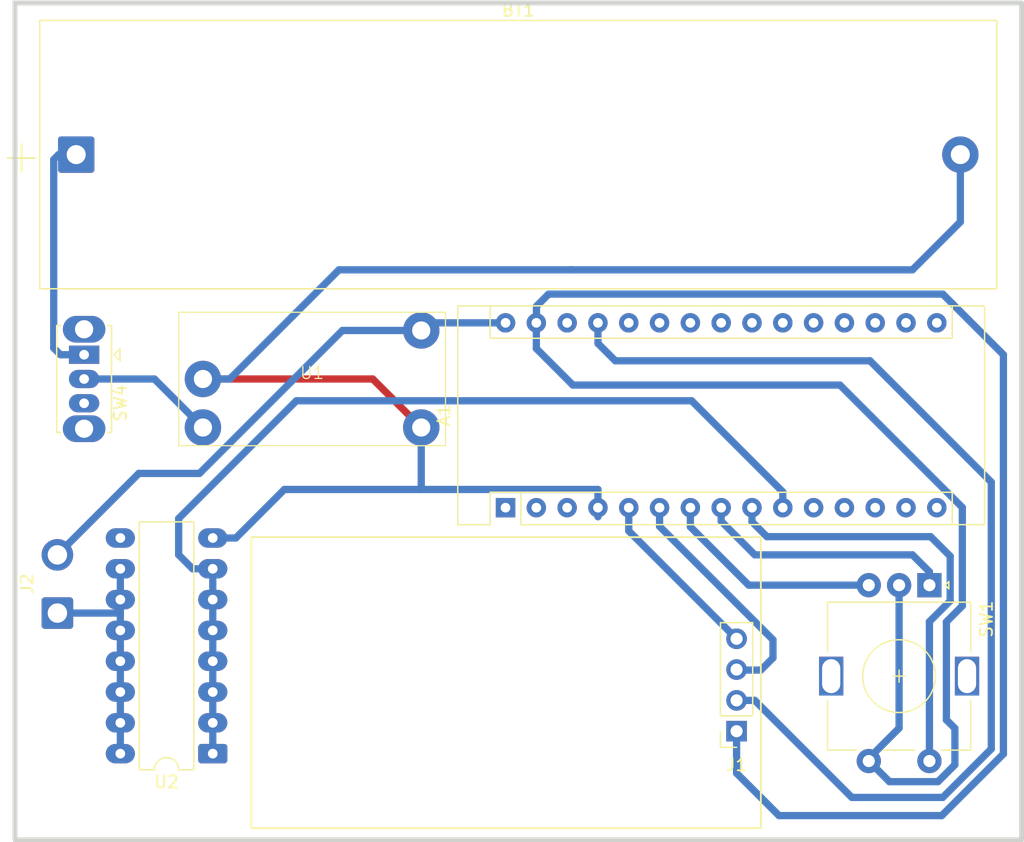
<source format=kicad_pcb>
(kicad_pcb (version 20241229) (generator "pcbnew") (generator_version "9.0")
  (layers (0 "F.Cu" signal) (2 "B.Cu" signal) (13 "F.Paste" user) (15 "B.Paste" user) (5 "F.SilkS" user "F.Silkscreen") (7 "B.SilkS" user "B.Silkscreen") (1 "F.Mask" user) (3 "B.Mask" user) (25 "Edge.Cuts" user))
  (net 0 "")
  (net 8 "Net-(A1-D2)")
  (net 10 "Net-(A1-D3)")
  (net 12 "Net-(A1-D4)")
  (net 14 "Net-(A1-D5)")
  (net 16 "Net-(A1-D6)")
  (net 18 "Net-(A1-D7)")
  (net 21 "+5V")
  (net 26 "+12V")
  (net 29 "+BATT")
  (net 30 "GND")
  (net 31 "Net-(J2-Pin_1)")
  (net 32 "Net-(BT1-+)")
  (footprint "Connector_Wire:SolderWire-0.75sqmm_1x02_P4.8mm_D1.25mm_OD2.3mm" (layer "F.Cu") (at 17 64.3 90)
    (property "Reference" "J2" (at 2.4 -2.5 90) (layer "F.SilkS"))
    (property "Value" "Conn_01x02")
    (pad "1" thru_hole roundrect (at 0 0 90) (size 2.6 2.6) (drill 1.6) (layers "*.Cu" "*.Mask") (roundrect_rratio 0.096154) (net 31 "Net-(J2-Pin_1)"))
    (pad "2" thru_hole circle (at 4.8 0 90) (size 2.6 2.6) (drill 1.6) (layers "*.Cu" "*.Mask") (net 26 "+12V"))
  )
  (footprint "Battery:BatteryHolder_MPD_BH-18650-PC" (layer "F.Cu") (at 18.55 26.5)
    (property "Reference" "BT1" (at 36.45 -11.9 0) (layer "F.SilkS"))
    (property "Value" "Battery_Cell")
    (fp_line (start -3.01 -11.06) (end 75.91 -11.06) (stroke (width 0.12)) (layer "F.SilkS"))
    (fp_line (start -3.01 11.06) (end -3.01 -11.06) (stroke (width 0.12)) (layer "F.SilkS"))
    (fp_line (start 75.91 -11.06) (end 75.91 11.06) (stroke (width 0.12)) (layer "F.SilkS"))
    (fp_line (start 75.91 11.06) (end -3.01 11.06) (stroke (width 0.12)) (layer "F.SilkS"))
    (fp_text user "+" (at -4.5 0.05 0) (layer "F.SilkS") (effects (font (size 3 3))))
    (pad "" np_thru_hole circle (at 8.445 0) (size 3.2 3.2) (drill 3.2) (layers "*.Cu" "*.Mask"))
    (pad "" np_thru_hole circle (at 64.055 0) (size 3.2 3.2) (drill 3.2) (layers "*.Cu" "*.Mask"))
    (pad "1" thru_hole roundrect (at 0 0) (size 3 3) (drill 1.57) (layers "*.Cu" "*.Mask") (roundrect_rratio 0.083333) (net 32 "Net-(BT1-+)"))
    (pad "2" thru_hole circle (at 72.9 0) (size 3 3) (drill 1.57) (layers "*.Cu" "*.Mask") (net 30 "GND"))
  )
  (footprint "Package_DIP:DIP-16_W7.62mm_LongPads" (layer "F.Cu") (at 29.81 75.89 180)
    (property "Reference" "U2" (at 3.81 -2.33 0) (layer "F.SilkS"))
    (property "Value" "ULN2003A")
    (fp_line (start 6.06 19.11) (end 6.06 -1.33) (stroke (width 0.12)) (layer "F.SilkS"))
    (fp_line (start 6.06 -1.33) (end 4.81 -1.33) (stroke (width 0.12)) (layer "F.SilkS"))
    (fp_line (start 2.81 -1.33) (end 1.56 -1.33) (stroke (width 0.12)) (layer "F.SilkS"))
    (fp_line (start 1.56 19.11) (end 6.06 19.11) (stroke (width 0.12)) (layer "F.SilkS"))
    (fp_line (start 1.56 -1.33) (end 1.56 19.11) (stroke (width 0.12)) (layer "F.SilkS"))
    (fp_arc (start 4.81 -1.33) (mid 3.81 -0.33) (end 2.81 -1.33) (stroke (width 0.12)) (layer "F.SilkS"))
    (pad "1" thru_hole roundrect (at 0 0 180) (size 2.4 1.6) (drill 0.8) (layers "*.Cu" "*.Mask") (roundrect_rratio 0.15625) (net 18 "Net-(A1-D7)"))
    (pad "2" thru_hole oval (at 0 2.54 180) (size 2.4 1.6) (drill 0.8) (layers "*.Cu" "*.Mask") (net 18 "Net-(A1-D7)"))
    (pad "3" thru_hole oval (at 0 5.08 180) (size 2.4 1.6) (drill 0.8) (layers "*.Cu" "*.Mask") (net 18 "Net-(A1-D7)"))
    (pad "4" thru_hole oval (at 0 7.62 180) (size 2.4 1.6) (drill 0.8) (layers "*.Cu" "*.Mask") (net 18 "Net-(A1-D7)"))
    (pad "5" thru_hole oval (at 0 10.16 180) (size 2.4 1.6) (drill 0.8) (layers "*.Cu" "*.Mask") (net 18 "Net-(A1-D7)"))
    (pad "6" thru_hole oval (at 0 12.7 180) (size 2.4 1.6) (drill 0.8) (layers "*.Cu" "*.Mask") (net 18 "Net-(A1-D7)"))
    (pad "7" thru_hole oval (at 0 15.24 180) (size 2.4 1.6) (drill 0.8) (layers "*.Cu" "*.Mask") (net 18 "Net-(A1-D7)"))
    (pad "8" thru_hole oval (at 0 17.78 180) (size 2.4 1.6) (drill 0.8) (layers "*.Cu" "*.Mask") (net 30 "GND"))
    (pad "9" thru_hole oval (at 7.62 17.78 180) (size 2.4 1.6) (drill 0.8) (layers "*.Cu" "*.Mask"))
    (pad "10" thru_hole oval (at 7.62 15.24 180) (size 2.4 1.6) (drill 0.8) (layers "*.Cu" "*.Mask") (net 31 "Net-(J2-Pin_1)"))
    (pad "11" thru_hole oval (at 7.62 12.7 180) (size 2.4 1.6) (drill 0.8) (layers "*.Cu" "*.Mask") (net 31 "Net-(J2-Pin_1)"))
    (pad "12" thru_hole oval (at 7.62 10.16 180) (size 2.4 1.6) (drill 0.8) (layers "*.Cu" "*.Mask") (net 31 "Net-(J2-Pin_1)"))
    (pad "13" thru_hole oval (at 7.62 7.62 180) (size 2.4 1.6) (drill 0.8) (layers "*.Cu" "*.Mask") (net 31 "Net-(J2-Pin_1)"))
    (pad "14" thru_hole oval (at 7.62 5.08 180) (size 2.4 1.6) (drill 0.8) (layers "*.Cu" "*.Mask") (net 31 "Net-(J2-Pin_1)"))
    (pad "15" thru_hole oval (at 7.62 2.54 180) (size 2.4 1.6) (drill 0.8) (layers "*.Cu" "*.Mask") (net 31 "Net-(J2-Pin_1)"))
    (pad "16" thru_hole oval (at 7.62 0 180) (size 2.4 1.6) (drill 0.8) (layers "*.Cu" "*.Mask") (net 31 "Net-(J2-Pin_1)"))
  )
  (footprint "Button_Switch_THT:SW_Slide_SPDT_Straight_CK_OS102011MS2Q" (layer "F.Cu") (at 19.2025 43 -90)
    (property "Reference" "SW4" (at 3.99 -2.99 90) (layer "F.SilkS"))
    (property "Value" "SW_SPST")
    (fp_line (start -2.41 2.26) (end -2.41 1.95) (stroke (width 0.12)) (layer "F.SilkS"))
    (fp_line (start 6.41 2.26) (end -2.41 2.26) (stroke (width 0.12)) (layer "F.SilkS"))
    (fp_line (start 6.41 2.26) (end 6.41 1.95) (stroke (width 0.12)) (layer "F.SilkS"))
    (fp_line (start -2.41 -1.95) (end -2.41 -2.26) (stroke (width 0.12)) (layer "F.SilkS"))
    (fp_line (start -2.41 -2.26) (end 6.41 -2.26) (stroke (width 0.12)) (layer "F.SilkS"))
    (fp_line (start 6.41 -2.26) (end 6.41 -1.95) (stroke (width 0.12)) (layer "F.SilkS"))
    (fp_line (start 0 -2.46) (end 0.5 -2.96) (stroke (width 0.12)) (layer "F.SilkS"))
    (fp_line (start -0.5 -2.96) (end 0 -2.46) (stroke (width 0.12)) (layer "F.SilkS"))
    (fp_line (start 0.5 -2.96) (end -0.5 -2.96) (stroke (width 0.12)) (layer "F.SilkS"))
    (pad "" thru_hole oval (at -2.1 0 270) (size 2.2 3.5) (drill 1.5) (layers "*.Cu" "*.Mask"))
    (pad "" thru_hole oval (at 6.1 0 270) (size 2.2 3.5) (drill 1.5) (layers "*.Cu" "*.Mask"))
    (pad "1" thru_hole rect (at 0 0 270) (size 1.5 2.5) (drill 0.8) (layers "*.Cu" "*.Mask") (net 32 "Net-(BT1-+)"))
    (pad "2" thru_hole oval (at 2 0 270) (size 1.5 2.5) (drill 0.8) (layers "*.Cu" "*.Mask") (net 29 "+BATT"))
    (pad "3" thru_hole oval (at 4 0 270) (size 1.5 2.5) (drill 0.8) (layers "*.Cu" "*.Mask"))
  )
  (footprint "chinese_modules:dc-dc module" (layer "F.Cu") (at 38 45)
    (property "Reference" "U1" (at 0 -0.5 0) (layer "F.SilkS") (effects (font (thickness 0.1))))
    (property "Value" "~")
    (fp_rect (start -11 -5.5) (end 11 5.5) (stroke (width 0.1)) (fill no) (layer "F.SilkS"))
    (pad "1" thru_hole circle (at -9 0) (size 3 3) (drill 1.5) (layers "*.Cu" "*.Mask") (net 30 "GND"))
    (pad "2" thru_hole circle (at -9 4) (size 3 3) (drill 1.5) (layers "*.Cu" "*.Mask") (net 29 "+BATT"))
    (pad "3" thru_hole circle (at 9 4) (size 3 3) (drill 1.5) (layers "*.Cu" "*.Mask") (net 30 "GND"))
    (pad "4" thru_hole circle (at 9 -4) (size 3 3) (drill 1.5) (layers "*.Cu" "*.Mask") (net 26 "+12V"))
  )
  (footprint "Module:Arduino_Nano" (layer "F.Cu") (at 53.95 55.61 90)
    (property "Reference" "A1" (at 7.62 -5.08 90) (layer "F.SilkS"))
    (property "Value" "Arduino_Nano_v3.x")
    (fp_line (start 16.64 -3.94) (end -1.4 -3.94) (stroke (width 0.12)) (layer "F.SilkS"))
    (fp_line (start -1.4 -3.94) (end -1.4 -1.27) (stroke (width 0.12)) (layer "F.SilkS"))
    (fp_line (start 13.97 -1.27) (end 16.64 -1.27) (stroke (width 0.12)) (layer "F.SilkS"))
    (fp_line (start 13.97 -1.27) (end 13.97 36.83) (stroke (width 0.12)) (layer "F.SilkS"))
    (fp_line (start 1.27 -1.27) (end -1.4 -1.27) (stroke (width 0.12)) (layer "F.SilkS"))
    (fp_line (start 1.27 1.27) (end 1.27 -1.27) (stroke (width 0.12)) (layer "F.SilkS"))
    (fp_line (start 1.27 1.27) (end -1.4 1.27) (stroke (width 0.12)) (layer "F.SilkS"))
    (fp_line (start 1.27 1.27) (end 1.27 36.83) (stroke (width 0.12)) (layer "F.SilkS"))
    (fp_line (start -1.4 1.27) (end -1.4 39.5) (stroke (width 0.12)) (layer "F.SilkS"))
    (fp_line (start 13.97 36.83) (end 16.64 36.83) (stroke (width 0.12)) (layer "F.SilkS"))
    (fp_line (start 1.27 36.83) (end -1.4 36.83) (stroke (width 0.12)) (layer "F.SilkS"))
    (fp_line (start 16.64 39.5) (end 16.64 -3.94) (stroke (width 0.12)) (layer "F.SilkS"))
    (fp_line (start -1.4 39.5) (end 16.64 39.5) (stroke (width 0.12)) (layer "F.SilkS"))
    (pad "1" thru_hole rect (at 0 0 90) (size 1.6 1.6) (drill 0.8) (layers "*.Cu" "*.Mask"))
    (pad "2" thru_hole oval (at 0 2.54 90) (size 1.6 1.6) (drill 0.8) (layers "*.Cu" "*.Mask"))
    (pad "3" thru_hole oval (at 0 5.08 90) (size 1.6 1.6) (drill 0.8) (layers "*.Cu" "*.Mask"))
    (pad "4" thru_hole oval (at 0 7.62 90) (size 1.6 1.6) (drill 0.8) (layers "*.Cu" "*.Mask") (net 30 "GND"))
    (pad "5" thru_hole oval (at 0 10.16 90) (size 1.6 1.6) (drill 0.8) (layers "*.Cu" "*.Mask") (net 8 "Net-(A1-D2)"))
    (pad "6" thru_hole oval (at 0 12.7 90) (size 1.6 1.6) (drill 0.8) (layers "*.Cu" "*.Mask") (net 10 "Net-(A1-D3)"))
    (pad "7" thru_hole oval (at 0 15.24 90) (size 1.6 1.6) (drill 0.8) (layers "*.Cu" "*.Mask") (net 12 "Net-(A1-D4)"))
    (pad "8" thru_hole oval (at 0 17.78 90) (size 1.6 1.6) (drill 0.8) (layers "*.Cu" "*.Mask") (net 14 "Net-(A1-D5)"))
    (pad "9" thru_hole oval (at 0 20.32 90) (size 1.6 1.6) (drill 0.8) (layers "*.Cu" "*.Mask") (net 16 "Net-(A1-D6)"))
    (pad "10" thru_hole oval (at 0 22.86 90) (size 1.6 1.6) (drill 0.8) (layers "*.Cu" "*.Mask") (net 18 "Net-(A1-D7)"))
    (pad "11" thru_hole oval (at 0 25.4 90) (size 1.6 1.6) (drill 0.8) (layers "*.Cu" "*.Mask"))
    (pad "12" thru_hole oval (at 0 27.94 90) (size 1.6 1.6) (drill 0.8) (layers "*.Cu" "*.Mask"))
    (pad "13" thru_hole oval (at 0 30.48 90) (size 1.6 1.6) (drill 0.8) (layers "*.Cu" "*.Mask"))
    (pad "14" thru_hole oval (at 0 33.02 90) (size 1.6 1.6) (drill 0.8) (layers "*.Cu" "*.Mask"))
    (pad "15" thru_hole oval (at 0 35.56 90) (size 1.6 1.6) (drill 0.8) (layers "*.Cu" "*.Mask"))
    (pad "16" thru_hole oval (at 15.24 35.56 90) (size 1.6 1.6) (drill 0.8) (layers "*.Cu" "*.Mask"))
    (pad "17" thru_hole oval (at 15.24 33.02 90) (size 1.6 1.6) (drill 0.8) (layers "*.Cu" "*.Mask"))
    (pad "18" thru_hole oval (at 15.24 30.48 90) (size 1.6 1.6) (drill 0.8) (layers "*.Cu" "*.Mask"))
    (pad "19" thru_hole oval (at 15.24 27.94 90) (size 1.6 1.6) (drill 0.8) (layers "*.Cu" "*.Mask"))
    (pad "20" thru_hole oval (at 15.24 25.4 90) (size 1.6 1.6) (drill 0.8) (layers "*.Cu" "*.Mask"))
    (pad "21" thru_hole oval (at 15.24 22.86 90) (size 1.6 1.6) (drill 0.8) (layers "*.Cu" "*.Mask"))
    (pad "22" thru_hole oval (at 15.24 20.32 90) (size 1.6 1.6) (drill 0.8) (layers "*.Cu" "*.Mask"))
    (pad "23" thru_hole oval (at 15.24 17.78 90) (size 1.6 1.6) (drill 0.8) (layers "*.Cu" "*.Mask"))
    (pad "24" thru_hole oval (at 15.24 15.24 90) (size 1.6 1.6) (drill 0.8) (layers "*.Cu" "*.Mask"))
    (pad "25" thru_hole oval (at 15.24 12.7 90) (size 1.6 1.6) (drill 0.8) (layers "*.Cu" "*.Mask"))
    (pad "26" thru_hole oval (at 15.24 10.16 90) (size 1.6 1.6) (drill 0.8) (layers "*.Cu" "*.Mask"))
    (pad "27" thru_hole oval (at 15.24 7.62 90) (size 1.6 1.6) (drill 0.8) (layers "*.Cu" "*.Mask") (net 21 "+5V"))
    (pad "28" thru_hole oval (at 15.24 5.08 90) (size 1.6 1.6) (drill 0.8) (layers "*.Cu" "*.Mask"))
    (pad "29" thru_hole oval (at 15.24 2.54 90) (size 1.6 1.6) (drill 0.8) (layers "*.Cu" "*.Mask") (net 30 "GND"))
    (pad "30" thru_hole oval (at 15.24 0 90) (size 1.6 1.6) (drill 0.8) (layers "*.Cu" "*.Mask") (net 26 "+12V"))
  )
  (footprint "Connector_PinSocket_2.54mm:PinSocket_1x04_P2.54mm_Vertical" (layer "F.Cu") (at 73 74.04 180)
    (property "Reference" "J1" (at 0 -2.77 0) (layer "F.SilkS"))
    (property "Value" "Conn_01x04_Female")
    (fp_line (start 1.33 1.27) (end 1.33 8.95) (stroke (width 0.12)) (layer "F.SilkS"))
    (fp_line (start 1.33 -1.33) (end 1.33 0) (stroke (width 0.12)) (layer "F.SilkS"))
    (fp_line (start 0 -1.33) (end 1.33 -1.33) (stroke (width 0.12)) (layer "F.SilkS"))
    (fp_line (start -1.33 8.95) (end 1.33 8.95) (stroke (width 0.12)) (layer "F.SilkS"))
    (fp_line (start -1.33 1.27) (end 1.33 1.27) (stroke (width 0.12)) (layer "F.SilkS"))
    (fp_line (start -1.33 1.27) (end -1.33 8.95) (stroke (width 0.12)) (layer "F.SilkS"))
    (pad "1" thru_hole rect (at 0 0 180) (size 1.7 1.7) (drill 1) (layers "*.Cu" "*.Mask") (net 30 "GND"))
    (pad "2" thru_hole circle (at 0 2.54 180) (size 1.7 1.7) (drill 1) (layers "*.Cu" "*.Mask") (net 21 "+5V"))
    (pad "3" thru_hole circle (at 0 5.08 180) (size 1.7 1.7) (drill 1) (layers "*.Cu" "*.Mask") (net 10 "Net-(A1-D3)"))
    (pad "4" thru_hole circle (at 0 7.62 180) (size 1.7 1.7) (drill 1) (layers "*.Cu" "*.Mask") (net 8 "Net-(A1-D2)"))
  )
  (footprint "Rotary_Encoder:RotaryEncoder_Alps_EC11E-Switch_Vertical_H20mm" (layer "F.Cu") (at 88.9 62 -90)
    (property "Reference" "SW1" (at 2.8 -4.7 90) (layer "F.SilkS"))
    (property "Value" "RotaryEncoder_Switch")
    (fp_line (start 5.5 8.4) (end 1.4 8.4) (stroke (width 0.12)) (layer "F.SilkS"))
    (fp_line (start 13.6 8.4) (end 9.5 8.4) (stroke (width 0.12)) (layer "F.SilkS"))
    (fp_line (start 13.6 6) (end 13.6 8.4) (stroke (width 0.12)) (layer "F.SilkS"))
    (fp_line (start 7 2.5) (end 8 2.5) (stroke (width 0.12)) (layer "F.SilkS"))
    (fp_line (start 7.5 2) (end 7.5 3) (stroke (width 0.12)) (layer "F.SilkS"))
    (fp_line (start 13.6 1.2) (end 13.6 3.8) (stroke (width 0.12)) (layer "F.SilkS"))
    (fp_line (start 0 -1.3) (end -0.3 -1.6) (stroke (width 0.12)) (layer "F.SilkS"))
    (fp_line (start -0.3 -1.6) (end 0.3 -1.6) (stroke (width 0.12)) (layer "F.SilkS"))
    (fp_line (start 0.3 -1.6) (end 0 -1.3) (stroke (width 0.12)) (layer "F.SilkS"))
    (fp_line (start 1.4 -3.4) (end 1.4 8.4) (stroke (width 0.12)) (layer "F.SilkS"))
    (fp_line (start 5.5 -3.4) (end 1.4 -3.4) (stroke (width 0.12)) (layer "F.SilkS"))
    (fp_line (start 9.5 -3.4) (end 13.6 -3.4) (stroke (width 0.12)) (layer "F.SilkS"))
    (fp_line (start 13.6 -3.4) (end 13.6 -1) (stroke (width 0.12)) (layer "F.SilkS"))
    (fp_circle (center 7.5 2.5) (end 10.5 2.5) (stroke (width 0.12)) (fill no) (layer "F.SilkS"))
    (pad "A" thru_hole rect (at 0 0 270) (size 2 2) (drill 1) (layers "*.Cu" "*.Mask") (net 14 "Net-(A1-D5)"))
    (pad "B" thru_hole circle (at 0 5 270) (size 2 2) (drill 1) (layers "*.Cu" "*.Mask") (net 12 "Net-(A1-D4)"))
    (pad "C" thru_hole circle (at 0 2.5 270) (size 2 2) (drill 1) (layers "*.Cu" "*.Mask") (net 30 "GND"))
    (pad "MP" thru_hole rect (at 7.5 -3.1 270) (size 3.2 2) (drill oval 2.8 1.5) (layers "*.Cu" "*.Mask"))
    (pad "MP" thru_hole rect (at 7.5 8.1 270) (size 3.2 2) (drill oval 2.8 1.5) (layers "*.Cu" "*.Mask"))
    (pad "S1" thru_hole circle (at 14.5 5 270) (size 2 2) (drill 1) (layers "*.Cu" "*.Mask") (net 30 "GND"))
    (pad "S2" thru_hole circle (at 14.5 0 270) (size 2 2) (drill 1) (layers "*.Cu" "*.Mask") (net 16 "Net-(A1-D6)"))
  )
  (gr_rect (start 33 58.04) (end 75 82.04) (stroke (width 0.15)) (fill no) (layer "F.SilkS"))
  (gr_rect (start 13.5 14) (end 96.5 83) (stroke (width 0.4)) (fill no) (layer "Edge.Cuts"))
  (segment (start 64.11 57.53) (end 64.11 55.61) (width 0.6) (layer "B.Cu") (net 8))
  (segment (start 73 66.42) (end 64.11 57.53) (width 0.6) (layer "B.Cu") (net 8))
  (segment (start 66.65 57.15) (end 76 66.5) (width 0.6) (layer "B.Cu") (net 10))
  (segment (start 73.04 69) (end 73 68.96) (width 0.6) (layer "B.Cu") (net 10))
  (segment (start 76 66.5) (end 76 68) (width 0.6) (layer "B.Cu") (net 10))
  (segment (start 66.65 55.61) (end 66.65 57.15) (width 0.6) (layer "B.Cu") (net 10))
  (segment (start 66.65 55.61) (end 66.8787 55.61) (width 0.6) (layer "B.Cu") (net 10))
  (segment (start 76 68) (end 75 69) (width 0.6) (layer "B.Cu") (net 10))
  (segment (start 75 69) (end 73.04 69) (width 0.6) (layer "B.Cu") (net 10))
  (segment (start 74 62) (end 69.19 57.19) (width 0.6) (layer "B.Cu") (net 12))
  (segment (start 69.19 57.19) (end 69.19 55.61) (width 0.6) (layer "B.Cu") (net 12))
  (segment (start 83.9 62) (end 74 62) (width 0.6) (layer "B.Cu") (net 12))
  (segment (start 74.5 59.5) (end 87.5 59.5) (width 0.6) (layer "B.Cu") (net 14))
  (segment (start 88.9 60.9) (end 88.9 62) (width 0.6) (layer "B.Cu") (net 14))
  (segment (start 87.5 59.5) (end 88.9 60.9) (width 0.6) (layer "B.Cu") (net 14))
  (segment (start 71.73 55.61) (end 71.73 56.73) (width 0.6) (layer "B.Cu") (net 14))
  (segment (start 71.73 56.73) (end 74.5 59.5) (width 0.6) (layer "B.Cu") (net 14))
  (segment (start 88.9 65.0055) (end 88.9 76.5) (width 0.6) (layer "B.Cu") (net 16))
  (segment (start 89 58) (end 90.6125 59.6125) (width 0.6) (layer "B.Cu") (net 16))
  (segment (start 75.5 58) (end 89 58) (width 0.6) (layer "B.Cu") (net 16))
  (segment (start 74.27 56.77) (end 75.5 58) (width 0.6) (layer "B.Cu") (net 16))
  (segment (start 90.6125 63.293) (end 88.9 65.0055) (width 0.6) (layer "B.Cu") (net 16))
  (segment (start 90.6125 59.6125) (end 90.6125 63.293) (width 0.6) (layer "B.Cu") (net 16))
  (segment (start 74.27 55.61) (end 74.27 56.77) (width 0.6) (layer "B.Cu") (net 16))
  (segment (start 27 59.5) (end 27 56.5) (width 0.6) (layer "B.Cu") (net 18))
  (segment (start 28.15 60.65) (end 27 59.5) (width 0.6) (layer "B.Cu") (net 18))
  (segment (start 69.2968 46.7968) (end 76.81 54.31) (width 0.6) (layer "B.Cu") (net 18))
  (segment (start 76.81 54.31) (end 76.81 55.61) (width 0.6) (layer "B.Cu") (net 18))
  (segment (start 36.7032 46.7968) (end 69.2968 46.7968) (width 0.6) (layer "B.Cu") (net 18))
  (segment (start 27 56.5) (end 36.7032 46.7968) (width 0.6) (layer "B.Cu") (net 18))
  (segment (start 29.81 60.65) (end 28.15 60.65) (width 0.6) (layer "B.Cu") (net 18))
  (segment (start 29.81 60.65) (end 29.81 75.89) (width 0.6) (layer "B.Cu") (net 18))
  (segment (start 74.5 71.5) (end 82.5 79.5) (width 0.6) (layer "B.Cu") (net 21))
  (segment (start 61.57 40.37) (end 61.57 42.07) (width 0.6) (layer "B.Cu") (net 21))
  (segment (start 94 75.5) (end 90 79.5) (width 0.6) (layer "B.Cu") (net 21))
  (segment (start 90 79.5) (end 82.5 79.5) (width 0.6) (layer "B.Cu") (net 21))
  (segment (start 84 43.5) (end 94 53.5) (width 0.6) (layer "B.Cu") (net 21))
  (segment (start 61.57 42.07) (end 63 43.5) (width 0.6) (layer "B.Cu") (net 21))
  (segment (start 63 43.5) (end 84 43.5) (width 0.6) (layer "B.Cu") (net 21))
  (segment (start 94 53.5) (end 94 75.5) (width 0.6) (layer "B.Cu") (net 21))
  (segment (start 73 71.5) (end 74.5 71.5) (width 0.6) (layer "B.Cu") (net 21))
  (segment (start 53.95 40.37) (end 47.63 40.37) (width 0.6) (layer "B.Cu") (net 26))
  (segment (start 17 59.5) (end 23.7124 52.7876) (width 0.6) (layer "B.Cu") (net 26))
  (segment (start 47.63 40.37) (end 47 41) (width 0.6) (layer "B.Cu") (net 26))
  (segment (start 28.7124 52.7876) (end 40.5 41) (width 0.6) (layer "B.Cu") (net 26))
  (segment (start 40.5 41) (end 47 41) (width 0.6) (layer "B.Cu") (net 26))
  (segment (start 23.7124 52.7876) (end 28.7124 52.7876) (width 0.6) (layer "B.Cu") (net 26))
  (segment (start 29 49) (end 25 45) (width 0.6) (layer "B.Cu") (net 29))
  (segment (start 25 45) (end 19.2025 45) (width 0.6) (layer "B.Cu") (net 29))
  (segment (start 29 45) (end 43 45) (width 0.6) (layer "F.Cu") (net 30))
  (segment (start 43 45) (end 47 49) (width 0.6) (layer "F.Cu") (net 30))
  (segment (start 90 38) (end 95 43) (width 0.6) (layer "B.Cu") (net 30))
  (segment (start 31.2149 45) (end 29 45) (width 0.6) (layer "B.Cu") (net 30))
  (segment (start 61.57 56.3608) (end 61.57 55.61) (width 0.6) (layer "B.Cu") (net 30))
  (segment (start 57.5 38) (end 90 38) (width 0.6) (layer "B.Cu") (net 30))
  (segment (start 59.5 45.5) (end 56.49 42.49) (width 0.6) (layer "B.Cu") (net 30))
  (segment (start 61.57 54.1083) (end 47 54.1083) (width 0.6) (layer "B.Cu") (net 30))
  (segment (start 76.5 81) (end 73 77.5) (width 0.6) (layer "B.Cu") (net 30))
  (segment (start 86.4 73.7855) (end 83.9 76.2855) (width 0.6) (layer "B.Cu") (net 30))
  (segment (start 91.6135 55.590765) (end 81.522735 45.5) (width 0.6) (layer "B.Cu") (net 30))
  (segment (start 91.45 26.5) (end 91.45 32.05) (width 0.6) (layer "B.Cu") (net 30))
  (segment (start 91.45 32.05) (end 87.5 36) (width 0.6) (layer "B.Cu") (net 30))
  (segment (start 73 77.5) (end 73 74.04) (width 0.6) (layer "B.Cu") (net 30))
  (segment (start 90.299 65.022128) (end 91.6135 63.707628) (width 0.6) (layer "B.Cu") (net 30))
  (segment (start 85.601 78.201) (end 89.604578 78.201) (width 0.6) (layer "B.Cu") (net 30))
  (segment (start 83.9 76.4463) (end 83.9 76.5) (width 0.6) (layer "B.Cu") (net 30))
  (segment (start 87.5 36) (end 59.2292 36) (width 0.6) (layer "B.Cu") (net 30))
  (segment (start 47 54.1083) (end 47 49) (width 0.6) (layer "B.Cu") (net 30))
  (segment (start 56.49 39.8071) (end 56.49 40.37) (width 0.6) (layer "B.Cu") (net 30))
  (segment (start 81.522735 45.5) (end 59.5 45.5) (width 0.6) (layer "B.Cu") (net 30))
  (segment (start 56.5 39) (end 57.5 38) (width 0.6) (layer "B.Cu") (net 30))
  (segment (start 31.7111 58.11) (end 31.7117 58.11) (width 0.6) (layer "B.Cu") (net 30))
  (segment (start 95 43) (end 95 75.915628) (width 0.6) (layer "B.Cu") (net 30))
  (segment (start 40.2149 36) (end 31.2149 45) (width 0.6) (layer "B.Cu") (net 30))
  (segment (start 91.6135 63.707628) (end 91.6135 55.590765) (width 0.6) (layer "B.Cu") (net 30))
  (segment (start 95 75.915628) (end 89.915628 81) (width 0.6) (layer "B.Cu") (net 30))
  (segment (start 35.7134 54.1083) (end 31.7117 58.11) (width 0.6) (layer "B.Cu") (net 30))
  (segment (start 56.5 40.36) (end 56.5 39) (width 0.6) (layer "B.Cu") (net 30))
  (segment (start 83.9 76.2855) (end 83.9 76.4463) (width 0.6) (layer "B.Cu") (net 30))
  (segment (start 91 76.805578) (end 91 73.805578) (width 0.6) (layer "B.Cu") (net 30))
  (segment (start 47 54.1083) (end 35.7134 54.1083) (width 0.6) (layer "B.Cu") (net 30))
  (segment (start 56.49 42.49) (end 56.49 40.37) (width 0.6) (layer "B.Cu") (net 30))
  (segment (start 59.5 36) (end 40.2149 36) (width 0.6) (layer "B.Cu") (net 30))
  (segment (start 86.4 62) (end 86.4 73.7855) (width 0.6) (layer "B.Cu") (net 30))
  (segment (start 83.9 76.5) (end 85.601 78.201) (width 0.6) (layer "B.Cu") (net 30))
  (segment (start 61.57 55.61) (end 61.57 54.1083) (width 0.6) (layer "B.Cu") (net 30))
  (segment (start 90.299 73.104578) (end 90.299 65.022128) (width 0.6) (layer "B.Cu") (net 30))
  (segment (start 91 73.805578) (end 90.299 73.104578) (width 0.6) (layer "B.Cu") (net 30))
  (segment (start 56.49 40.37) (end 56.5 40.36) (width 0.6) (layer "B.Cu") (net 30))
  (segment (start 89.604578 78.201) (end 91 76.805578) (width 0.6) (layer "B.Cu") (net 30))
  (segment (start 89.915628 81) (end 76.5 81) (width 0.6) (layer "B.Cu") (net 30))
  (segment (start 29.81 58.11) (end 31.7111 58.11) (width 0.6) (layer "B.Cu") (net 30))
  (segment (start 22.19 64) (end 22.19 75.89) (width 0.6) (layer "B.Cu") (net 31))
  (segment (start 21.89 64.3) (end 22.19 64) (width 0.6) (layer "B.Cu") (net 31))
  (segment (start 17 64.3) (end 21.89 64.3) (width 0.6) (layer "B.Cu") (net 31))
  (segment (start 22.19 60.65) (end 22.19 64) (width 0.6) (layer "B.Cu") (net 31))
  (segment (start 16.6975 42.4467) (end 16.6975 26.9025) (width 0.6) (layer "B.Cu") (net 32))
  (segment (start 19.2025 43) (end 17.2508 43) (width 0.6) (layer "B.Cu") (net 32))
  (segment (start 17.2508 43) (end 16.6975 42.4467) (width 0.6) (layer "B.Cu") (net 32))
  (segment (start 16.6975 26.9025) (end 17.1 26.5) (width 0.6) (layer "B.Cu") (net 32))
  (segment (start 17.1 26.5) (end 18.55 26.5) (width 0.6) (layer "B.Cu") (net 32))
)
</source>
